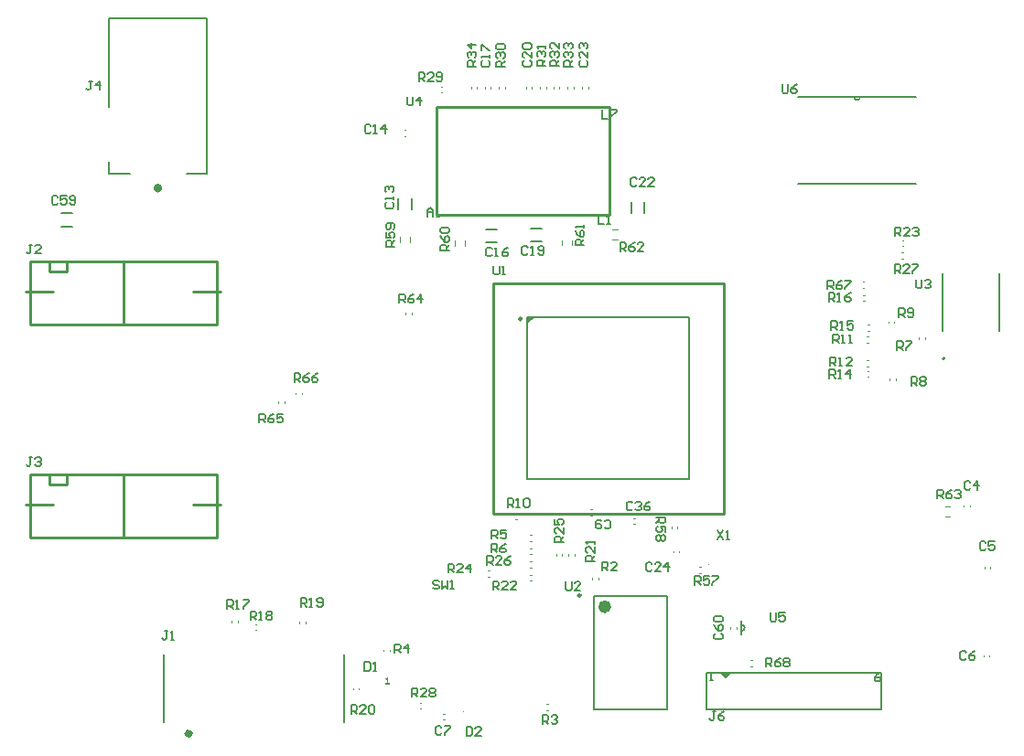
<source format=gto>
G04*
G04 #@! TF.GenerationSoftware,Altium Limited,Altium Designer,20.1.11 (218)*
G04*
G04 Layer_Color=65535*
%FSLAX25Y25*%
%MOIN*%
G70*
G04*
G04 #@! TF.SameCoordinates,731B5D3F-845C-401C-AC73-029E605C2F8B*
G04*
G04*
G04 #@! TF.FilePolarity,Positive*
G04*
G01*
G75*
%ADD10C,0.00787*%
%ADD11C,0.00600*%
%ADD12C,0.02362*%
%ADD13C,0.00984*%
%ADD14C,0.00394*%
%ADD15C,0.01575*%
%ADD16C,0.02400*%
%ADD17C,0.00300*%
%ADD18C,0.00500*%
%ADD19C,0.00787*%
%ADD20C,0.00100*%
%ADD21C,0.00197*%
%ADD22C,0.01000*%
G36*
X323942Y175524D02*
X324542D01*
X324242Y175024D01*
X323942Y175524D01*
D02*
G37*
G36*
X445562Y177968D02*
X447648Y175881D01*
X450062Y177968D01*
X445562D01*
D02*
G37*
G36*
X377539Y307551D02*
X375395Y305408D01*
Y307551D01*
X377539D01*
D02*
G37*
D10*
X527403Y292541D02*
G03*
X527403Y292541I-394J0D01*
G01*
X399610Y164608D02*
X426382D01*
X399610Y205946D02*
X426382D01*
Y164608D02*
Y205946D01*
X399610Y164608D02*
Y205946D01*
X375395Y305408D02*
X377539Y307551D01*
X375395Y248496D02*
Y307551D01*
X434450Y248496D02*
Y307551D01*
X375395D02*
X434450D01*
X375395Y248496D02*
X434450D01*
D11*
X453286Y193128D02*
G03*
X453286Y195528I0J1200D01*
G01*
X494307Y387989D02*
G03*
X496707Y387989I1200J0D01*
G01*
X453286Y195528D02*
Y196728D01*
Y193128D02*
Y195528D01*
Y191928D02*
Y193128D01*
X418113Y345490D02*
Y349427D01*
X413389Y345490D02*
Y349427D01*
X474007Y387989D02*
X494307D01*
X496707D01*
X517007D01*
X474007Y356189D02*
X517007D01*
X376533Y339931D02*
X380470D01*
X376533Y335206D02*
X380470D01*
X333145Y346953D02*
Y350890D01*
X328420Y346953D02*
Y350890D01*
X360203Y334893D02*
X364140D01*
X360203Y339617D02*
X364140D01*
X205536Y340689D02*
X209473D01*
X205536Y345413D02*
X209473D01*
X542343Y225197D02*
X541810Y225730D01*
X540744D01*
X540211Y225197D01*
Y223064D01*
X540744Y222531D01*
X541810D01*
X542343Y223064D01*
X545542Y225730D02*
X543410D01*
Y224130D01*
X544476Y224663D01*
X545009D01*
X545542Y224130D01*
Y223064D01*
X545009Y222531D01*
X543943D01*
X543410Y223064D01*
X441906Y175168D02*
X442972D01*
X442439D01*
Y178367D01*
X441906Y177834D01*
X504008Y177925D02*
X502942Y177391D01*
X501876Y176325D01*
Y175259D01*
X502409Y174726D01*
X503475D01*
X504008Y175259D01*
Y175792D01*
X503475Y176325D01*
X501876D01*
X338952Y344337D02*
Y346469D01*
X340018Y347536D01*
X341084Y346469D01*
Y344337D01*
Y345936D01*
X338952D01*
X342151Y344337D02*
X343217D01*
X342684D01*
Y347536D01*
X342151Y347003D01*
X402567Y383088D02*
Y379889D01*
X404700D01*
X405766Y383088D02*
X407899D01*
Y382555D01*
X405766Y380422D01*
Y379889D01*
X401220Y344730D02*
Y341531D01*
X403353D01*
X404419D02*
X405486D01*
X404952D01*
Y344730D01*
X404419Y344197D01*
X468259Y392508D02*
Y389842D01*
X468792Y389309D01*
X469858D01*
X470391Y389842D01*
Y392508D01*
X473590D02*
X472524Y391974D01*
X471458Y390908D01*
Y389842D01*
X471991Y389309D01*
X473057D01*
X473590Y389842D01*
Y390375D01*
X473057Y390908D01*
X471458D01*
X463866Y199885D02*
Y197220D01*
X464399Y196686D01*
X465466D01*
X465999Y197220D01*
Y199885D01*
X469198D02*
X467065D01*
Y198286D01*
X468131Y198819D01*
X468665D01*
X469198Y198286D01*
Y197220D01*
X468665Y196686D01*
X467598D01*
X467065Y197220D01*
X462267Y180180D02*
Y183379D01*
X463866D01*
X464399Y182846D01*
Y181780D01*
X463866Y181246D01*
X462267D01*
X463333D02*
X464399Y180180D01*
X467598Y183379D02*
X466532Y182846D01*
X465466Y181780D01*
Y180713D01*
X465999Y180180D01*
X467065D01*
X467598Y180713D01*
Y181246D01*
X467065Y181780D01*
X465466D01*
X468665Y182846D02*
X469198Y183379D01*
X470264D01*
X470797Y182846D01*
Y182313D01*
X470264Y181780D01*
X470797Y181246D01*
Y180713D01*
X470264Y180180D01*
X469198D01*
X468665Y180713D01*
Y181246D01*
X469198Y181780D01*
X468665Y182313D01*
Y182846D01*
X469198Y181780D02*
X470264D01*
X443866Y163839D02*
X442800D01*
X443333D01*
Y161173D01*
X442800Y160640D01*
X442267D01*
X441734Y161173D01*
X447065Y163839D02*
X445999Y163306D01*
X444933Y162240D01*
Y161173D01*
X445466Y160640D01*
X446532D01*
X447065Y161173D01*
Y161706D01*
X446532Y162240D01*
X444933D01*
X443894Y192223D02*
X443361Y191690D01*
Y190624D01*
X443894Y190091D01*
X446026D01*
X446559Y190624D01*
Y191690D01*
X446026Y192223D01*
X443361Y195422D02*
X443894Y194356D01*
X444960Y193289D01*
X446026D01*
X446559Y193823D01*
Y194889D01*
X446026Y195422D01*
X445493D01*
X444960Y194889D01*
Y193289D01*
X443894Y196488D02*
X443361Y197022D01*
Y198088D01*
X443894Y198621D01*
X446026D01*
X446559Y198088D01*
Y197022D01*
X446026Y196488D01*
X443894D01*
X484677Y317737D02*
Y320936D01*
X486276D01*
X486809Y320403D01*
Y319337D01*
X486276Y318804D01*
X484677D01*
X485743D02*
X486809Y317737D01*
X490008Y320936D02*
X488942Y320403D01*
X487876Y319337D01*
Y318270D01*
X488409Y317737D01*
X489475D01*
X490008Y318270D01*
Y318804D01*
X489475Y319337D01*
X487876D01*
X491075Y320936D02*
X493207D01*
Y320403D01*
X491075Y318270D01*
Y317737D01*
X290491Y283864D02*
Y287063D01*
X292091D01*
X292624Y286530D01*
Y285464D01*
X292091Y284930D01*
X290491D01*
X291557D02*
X292624Y283864D01*
X295823Y287063D02*
X294756Y286530D01*
X293690Y285464D01*
Y284397D01*
X294223Y283864D01*
X295289D01*
X295823Y284397D01*
Y284930D01*
X295289Y285464D01*
X293690D01*
X299022Y287063D02*
X297955Y286530D01*
X296889Y285464D01*
Y284397D01*
X297422Y283864D01*
X298488D01*
X299022Y284397D01*
Y284930D01*
X298488Y285464D01*
X296889D01*
X277788Y269090D02*
Y272288D01*
X279388D01*
X279921Y271755D01*
Y270689D01*
X279388Y270156D01*
X277788D01*
X278855D02*
X279921Y269090D01*
X283120Y272288D02*
X282054Y271755D01*
X280987Y270689D01*
Y269623D01*
X281521Y269090D01*
X282587D01*
X283120Y269623D01*
Y270156D01*
X282587Y270689D01*
X280987D01*
X286319Y272288D02*
X284186D01*
Y270689D01*
X285253Y271222D01*
X285786D01*
X286319Y270689D01*
Y269623D01*
X285786Y269090D01*
X284719D01*
X284186Y269623D01*
X328787Y312783D02*
Y315982D01*
X330386D01*
X330919Y315448D01*
Y314382D01*
X330386Y313849D01*
X328787D01*
X329853D02*
X330919Y312783D01*
X334118Y315982D02*
X333052Y315448D01*
X331986Y314382D01*
Y313316D01*
X332519Y312783D01*
X333585D01*
X334118Y313316D01*
Y313849D01*
X333585Y314382D01*
X331986D01*
X336784Y312783D02*
Y315982D01*
X335185Y314382D01*
X337317D01*
X204333Y351266D02*
X203800Y351799D01*
X202733D01*
X202200Y351266D01*
Y349133D01*
X202733Y348600D01*
X203800D01*
X204333Y349133D01*
X207532Y351799D02*
X205399D01*
Y350200D01*
X206465Y350733D01*
X206998D01*
X207532Y350200D01*
Y349133D01*
X206998Y348600D01*
X205932D01*
X205399Y349133D01*
X208598D02*
X209131Y348600D01*
X210197D01*
X210731Y349133D01*
Y351266D01*
X210197Y351799D01*
X209131D01*
X208598Y351266D01*
Y350733D01*
X209131Y350200D01*
X210731D01*
X331596Y388024D02*
Y385358D01*
X332130Y384825D01*
X333196D01*
X333729Y385358D01*
Y388024D01*
X336395Y384825D02*
Y388024D01*
X334795Y386424D01*
X336928D01*
X524700Y241500D02*
Y244699D01*
X526299D01*
X526833Y244166D01*
Y243099D01*
X526299Y242566D01*
X524700D01*
X525766D02*
X526833Y241500D01*
X530032Y244699D02*
X528965Y244166D01*
X527899Y243099D01*
Y242033D01*
X528432Y241500D01*
X529498D01*
X530032Y242033D01*
Y242566D01*
X529498Y243099D01*
X527899D01*
X531098Y244166D02*
X531631Y244699D01*
X532697D01*
X533231Y244166D01*
Y243633D01*
X532697Y243099D01*
X532164D01*
X532697D01*
X533231Y242566D01*
Y242033D01*
X532697Y241500D01*
X531631D01*
X531098Y242033D01*
X409148Y331655D02*
Y334854D01*
X410747D01*
X411280Y334321D01*
Y333255D01*
X410747Y332721D01*
X409148D01*
X410214D02*
X411280Y331655D01*
X414479Y334854D02*
X413413Y334321D01*
X412347Y333255D01*
Y332188D01*
X412880Y331655D01*
X413946D01*
X414479Y332188D01*
Y332721D01*
X413946Y333255D01*
X412347D01*
X417678Y331655D02*
X415546D01*
X417678Y333788D01*
Y334321D01*
X417145Y334854D01*
X416079D01*
X415546Y334321D01*
X396111Y333733D02*
X392912D01*
Y335332D01*
X393446Y335865D01*
X394512D01*
X395045Y335332D01*
Y333733D01*
Y334799D02*
X396111Y335865D01*
X392912Y339064D02*
X393446Y337998D01*
X394512Y336932D01*
X395578D01*
X396111Y337465D01*
Y338531D01*
X395578Y339064D01*
X395045D01*
X394512Y338531D01*
Y336932D01*
X396111Y340131D02*
Y341197D01*
Y340664D01*
X392912D01*
X393446Y340131D01*
X346890Y331830D02*
X343691D01*
Y333429D01*
X344225Y333962D01*
X345291D01*
X345824Y333429D01*
Y331830D01*
Y332896D02*
X346890Y333962D01*
X343691Y337161D02*
X344225Y336095D01*
X345291Y335029D01*
X346357D01*
X346890Y335562D01*
Y336628D01*
X346357Y337161D01*
X345824D01*
X345291Y336628D01*
Y335029D01*
X344225Y338227D02*
X343691Y338761D01*
Y339827D01*
X344225Y340360D01*
X346357D01*
X346890Y339827D01*
Y338761D01*
X346357Y338227D01*
X344225D01*
X327060Y333257D02*
X323861D01*
Y334857D01*
X324394Y335390D01*
X325461D01*
X325994Y334857D01*
Y333257D01*
Y334324D02*
X327060Y335390D01*
X323861Y338589D02*
Y336456D01*
X325461D01*
X324927Y337523D01*
Y338056D01*
X325461Y338589D01*
X326527D01*
X327060Y338056D01*
Y336989D01*
X326527Y336456D01*
Y339655D02*
X327060Y340188D01*
Y341255D01*
X326527Y341788D01*
X324394D01*
X323861Y341255D01*
Y340188D01*
X324394Y339655D01*
X324927D01*
X325461Y340188D01*
Y341788D01*
X413696Y239744D02*
X413163Y240277D01*
X412097D01*
X411564Y239744D01*
Y237612D01*
X412097Y237078D01*
X413163D01*
X413696Y237612D01*
X414763Y239744D02*
X415296Y240277D01*
X416362D01*
X416895Y239744D01*
Y239211D01*
X416362Y238678D01*
X415829D01*
X416362D01*
X416895Y238145D01*
Y237612D01*
X416362Y237078D01*
X415296D01*
X414763Y237612D01*
X420094Y240277D02*
X419028Y239744D01*
X417962Y238678D01*
Y237612D01*
X418495Y237078D01*
X419561D01*
X420094Y237612D01*
Y238145D01*
X419561Y238678D01*
X417962D01*
X216852Y393661D02*
X215786D01*
X216319D01*
Y390996D01*
X215786Y390462D01*
X215253D01*
X214720Y390996D01*
X219518Y390462D02*
Y393661D01*
X217918Y392062D01*
X220051D01*
X422330Y234535D02*
X425529D01*
Y232936D01*
X424996Y232403D01*
X423929D01*
X423396Y232936D01*
Y234535D01*
Y233469D02*
X422330Y232403D01*
X425529Y229204D02*
Y231336D01*
X423929D01*
X424463Y230270D01*
Y229737D01*
X423929Y229204D01*
X422863D01*
X422330Y229737D01*
Y230803D01*
X422863Y231336D01*
X424996Y228137D02*
X425529Y227604D01*
Y226538D01*
X424996Y226005D01*
X424463D01*
X423929Y226538D01*
X423396Y226005D01*
X422863D01*
X422330Y226538D01*
Y227604D01*
X422863Y228137D01*
X423396D01*
X423929Y227604D01*
X424463Y228137D01*
X424996D01*
X423929Y227604D02*
Y226538D01*
X436368Y210013D02*
Y213211D01*
X437967D01*
X438500Y212678D01*
Y211612D01*
X437967Y211079D01*
X436368D01*
X437434D02*
X438500Y210013D01*
X441699Y213211D02*
X439567D01*
Y211612D01*
X440633Y212145D01*
X441166D01*
X441699Y211612D01*
Y210546D01*
X441166Y210013D01*
X440100D01*
X439567Y210546D01*
X442766Y213211D02*
X444898D01*
Y212678D01*
X442766Y210546D01*
Y210013D01*
X194933Y256399D02*
X193866D01*
X194399D01*
Y253733D01*
X193866Y253200D01*
X193333D01*
X192800Y253733D01*
X195999Y255866D02*
X196532Y256399D01*
X197599D01*
X198132Y255866D01*
Y255333D01*
X197599Y254800D01*
X197065D01*
X197599D01*
X198132Y254266D01*
Y253733D01*
X197599Y253200D01*
X196532D01*
X195999Y253733D01*
X194933Y333999D02*
X193866D01*
X194399D01*
Y331333D01*
X193866Y330800D01*
X193333D01*
X192800Y331333D01*
X198132Y330800D02*
X195999D01*
X198132Y332933D01*
Y333466D01*
X197599Y333999D01*
X196532D01*
X195999Y333466D01*
X420751Y217716D02*
X420218Y218249D01*
X419151D01*
X418618Y217716D01*
Y215583D01*
X419151Y215050D01*
X420218D01*
X420751Y215583D01*
X423950Y215050D02*
X421817D01*
X423950Y217183D01*
Y217716D01*
X423417Y218249D01*
X422351D01*
X421817Y217716D01*
X426616Y215050D02*
Y218249D01*
X425016Y216650D01*
X427149D01*
X367159Y398742D02*
X363960D01*
Y400342D01*
X364493Y400875D01*
X365560D01*
X366093Y400342D01*
Y398742D01*
Y399808D02*
X367159Y400875D01*
X364493Y401941D02*
X363960Y402474D01*
Y403541D01*
X364493Y404074D01*
X365027D01*
X365560Y403541D01*
Y403007D01*
Y403541D01*
X366093Y404074D01*
X366626D01*
X367159Y403541D01*
Y402474D01*
X366626Y401941D01*
X364493Y405140D02*
X363960Y405673D01*
Y406739D01*
X364493Y407273D01*
X366626D01*
X367159Y406739D01*
Y405673D01*
X366626Y405140D01*
X364493D01*
X386943Y399102D02*
X383744D01*
Y400702D01*
X384277Y401235D01*
X385344D01*
X385877Y400702D01*
Y399102D01*
Y400169D02*
X386943Y401235D01*
X384277Y402302D02*
X383744Y402835D01*
Y403901D01*
X384277Y404434D01*
X384811D01*
X385344Y403901D01*
Y403368D01*
Y403901D01*
X385877Y404434D01*
X386410D01*
X386943Y403901D01*
Y402835D01*
X386410Y402302D01*
X386943Y407633D02*
Y405501D01*
X384811Y407633D01*
X384277D01*
X383744Y407100D01*
Y406034D01*
X384277Y405501D01*
X356676Y399027D02*
X353477D01*
Y400626D01*
X354010Y401159D01*
X355077D01*
X355610Y400626D01*
Y399027D01*
Y400093D02*
X356676Y401159D01*
X354010Y402226D02*
X353477Y402759D01*
Y403825D01*
X354010Y404358D01*
X354543D01*
X355077Y403825D01*
Y403292D01*
Y403825D01*
X355610Y404358D01*
X356143D01*
X356676Y403825D01*
Y402759D01*
X356143Y402226D01*
X356676Y407024D02*
X353477D01*
X355077Y405425D01*
Y407557D01*
X335839Y393532D02*
Y396731D01*
X337439D01*
X337972Y396198D01*
Y395131D01*
X337439Y394598D01*
X335839D01*
X336906D02*
X337972Y393532D01*
X341171D02*
X339038D01*
X341171Y395664D01*
Y396198D01*
X340638Y396731D01*
X339572D01*
X339038Y396198D01*
X342237Y394065D02*
X342771Y393532D01*
X343837D01*
X344370Y394065D01*
Y396198D01*
X343837Y396731D01*
X342771D01*
X342237Y396198D01*
Y395664D01*
X342771Y395131D01*
X344370D01*
X391945Y399050D02*
X388747D01*
Y400650D01*
X389280Y401183D01*
X390346D01*
X390879Y400650D01*
Y399050D01*
Y400117D02*
X391945Y401183D01*
X389280Y402249D02*
X388747Y402782D01*
Y403849D01*
X389280Y404382D01*
X389813D01*
X390346Y403849D01*
Y403316D01*
Y403849D01*
X390879Y404382D01*
X391412D01*
X391945Y403849D01*
Y402782D01*
X391412Y402249D01*
X389280Y405448D02*
X388747Y405981D01*
Y407048D01*
X389280Y407581D01*
X389813D01*
X390346Y407048D01*
Y406515D01*
Y407048D01*
X390879Y407581D01*
X391412D01*
X391945Y407048D01*
Y405981D01*
X391412Y405448D01*
X382087Y399255D02*
X378888D01*
Y400854D01*
X379421Y401387D01*
X380487D01*
X381020Y400854D01*
Y399255D01*
Y400321D02*
X382087Y401387D01*
X379421Y402454D02*
X378888Y402987D01*
Y404053D01*
X379421Y404586D01*
X379954D01*
X380487Y404053D01*
Y403520D01*
Y404053D01*
X381020Y404586D01*
X381553D01*
X382087Y404053D01*
Y402987D01*
X381553Y402454D01*
X382087Y405653D02*
Y406719D01*
Y406186D01*
X378888D01*
X379421Y405653D01*
X362463Y332415D02*
X361929Y332948D01*
X360863D01*
X360330Y332415D01*
Y330282D01*
X360863Y329749D01*
X361929D01*
X362463Y330282D01*
X363529Y329749D02*
X364595D01*
X364062D01*
Y332948D01*
X363529Y332415D01*
X368327Y332948D02*
X367261Y332415D01*
X366195Y331349D01*
Y330282D01*
X366728Y329749D01*
X367794D01*
X368327Y330282D01*
Y330816D01*
X367794Y331349D01*
X366195D01*
X323998Y349430D02*
X323464Y348897D01*
Y347830D01*
X323998Y347297D01*
X326130D01*
X326663Y347830D01*
Y348897D01*
X326130Y349430D01*
X326663Y350496D02*
Y351562D01*
Y351029D01*
X323464D01*
X323998Y350496D01*
Y353162D02*
X323464Y353695D01*
Y354761D01*
X323998Y355295D01*
X324531D01*
X325064Y354761D01*
Y354228D01*
Y354761D01*
X325597Y355295D01*
X326130D01*
X326663Y354761D01*
Y353695D01*
X326130Y353162D01*
X375546Y333033D02*
X375013Y333566D01*
X373946D01*
X373413Y333033D01*
Y330901D01*
X373946Y330367D01*
X375013D01*
X375546Y330901D01*
X376612Y330367D02*
X377679D01*
X377145D01*
Y333566D01*
X376612Y333033D01*
X379278Y330901D02*
X379811Y330367D01*
X380877D01*
X381411Y330901D01*
Y333033D01*
X380877Y333566D01*
X379811D01*
X379278Y333033D01*
Y332500D01*
X379811Y331967D01*
X381411D01*
X415140Y358011D02*
X414607Y358544D01*
X413540D01*
X413007Y358011D01*
Y355878D01*
X413540Y355345D01*
X414607D01*
X415140Y355878D01*
X418339Y355345D02*
X416206D01*
X418339Y357478D01*
Y358011D01*
X417806Y358544D01*
X416739D01*
X416206Y358011D01*
X421538Y355345D02*
X419405D01*
X421538Y357478D01*
Y358011D01*
X421004Y358544D01*
X419938D01*
X419405Y358011D01*
X318345Y377337D02*
X317812Y377870D01*
X316746D01*
X316212Y377337D01*
Y375205D01*
X316746Y374671D01*
X317812D01*
X318345Y375205D01*
X319411Y374671D02*
X320478D01*
X319945D01*
Y377870D01*
X319411Y377337D01*
X323677Y374671D02*
Y377870D01*
X322077Y376271D01*
X324210D01*
X359081Y401102D02*
X358548Y400569D01*
Y399503D01*
X359081Y398970D01*
X361214D01*
X361747Y399503D01*
Y400569D01*
X361214Y401102D01*
X361747Y402169D02*
Y403235D01*
Y402702D01*
X358548D01*
X359081Y402169D01*
X358548Y404835D02*
Y406967D01*
X359081D01*
X361214Y404835D01*
X361747D01*
X394751Y401131D02*
X394218Y400598D01*
Y399531D01*
X394751Y398998D01*
X396883D01*
X397417Y399531D01*
Y400598D01*
X396883Y401131D01*
X397417Y404330D02*
Y402197D01*
X395284Y404330D01*
X394751D01*
X394218Y403797D01*
Y402730D01*
X394751Y402197D01*
Y405396D02*
X394218Y405929D01*
Y406996D01*
X394751Y407529D01*
X395284D01*
X395817Y406996D01*
Y406462D01*
Y406996D01*
X396350Y407529D01*
X396883D01*
X397417Y406996D01*
Y405929D01*
X396883Y405396D01*
X374236Y401102D02*
X373703Y400569D01*
Y399503D01*
X374236Y398970D01*
X376369D01*
X376902Y399503D01*
Y400569D01*
X376369Y401102D01*
X376902Y404302D02*
Y402169D01*
X374769Y404302D01*
X374236D01*
X373703Y403768D01*
Y402702D01*
X374236Y402169D01*
Y405368D02*
X373703Y405901D01*
Y406967D01*
X374236Y407501D01*
X376369D01*
X376902Y406967D01*
Y405901D01*
X376369Y405368D01*
X374236D01*
X444633Y229913D02*
X446766Y226714D01*
Y229913D02*
X444633Y226714D01*
X447832D02*
X448899D01*
X448365D01*
Y229913D01*
X447832Y229380D01*
X403499Y231021D02*
X404032Y230487D01*
X405098D01*
X405631Y231021D01*
Y233153D01*
X405098Y233686D01*
X404032D01*
X403499Y233153D01*
X402432D02*
X401899Y233686D01*
X400833D01*
X400300Y233153D01*
Y231021D01*
X400833Y230487D01*
X401899D01*
X402432Y231021D01*
Y231554D01*
X401899Y232087D01*
X400300D01*
X389438Y211149D02*
Y208483D01*
X389971Y207950D01*
X391038D01*
X391571Y208483D01*
Y211149D01*
X394770Y207950D02*
X392637D01*
X394770Y210082D01*
Y210615D01*
X394237Y211149D01*
X393170D01*
X392637Y210615D01*
X402638Y215184D02*
Y218383D01*
X404238D01*
X404771Y217850D01*
Y216783D01*
X404238Y216250D01*
X402638D01*
X403705D02*
X404771Y215184D01*
X407970D02*
X405837D01*
X407970Y217316D01*
Y217850D01*
X407437Y218383D01*
X406370D01*
X405837Y217850D01*
X380956Y159280D02*
Y162479D01*
X382555D01*
X383088Y161945D01*
Y160879D01*
X382555Y160346D01*
X380956D01*
X382022D02*
X383088Y159280D01*
X384154Y161945D02*
X384688Y162479D01*
X385754D01*
X386287Y161945D01*
Y161412D01*
X385754Y160879D01*
X385221D01*
X385754D01*
X386287Y160346D01*
Y159813D01*
X385754Y159280D01*
X384688D01*
X384154Y159813D01*
X346511Y214392D02*
Y217591D01*
X348110D01*
X348643Y217058D01*
Y215992D01*
X348110Y215459D01*
X346511D01*
X347577D02*
X348643Y214392D01*
X351842D02*
X349710D01*
X351842Y216525D01*
Y217058D01*
X351309Y217591D01*
X350243D01*
X349710Y217058D01*
X354508Y214392D02*
Y217591D01*
X352909Y215992D01*
X355041D01*
X333323Y169093D02*
Y172292D01*
X334923D01*
X335456Y171759D01*
Y170692D01*
X334923Y170159D01*
X333323D01*
X334389D02*
X335456Y169093D01*
X338655D02*
X336522D01*
X338655Y171225D01*
Y171759D01*
X338122Y172292D01*
X337055D01*
X336522Y171759D01*
X339721D02*
X340254Y172292D01*
X341321D01*
X341854Y171759D01*
Y171225D01*
X341321Y170692D01*
X341854Y170159D01*
Y169626D01*
X341321Y169093D01*
X340254D01*
X339721Y169626D01*
Y170159D01*
X340254Y170692D01*
X339721Y171225D01*
Y171759D01*
X340254Y170692D02*
X341321D01*
X353151Y158247D02*
Y155048D01*
X354750D01*
X355283Y155582D01*
Y157714D01*
X354750Y158247D01*
X353151D01*
X358482Y155048D02*
X356350D01*
X358482Y157181D01*
Y157714D01*
X357949Y158247D01*
X356883D01*
X356350Y157714D01*
X535174Y185335D02*
X534641Y185868D01*
X533575D01*
X533041Y185335D01*
Y183203D01*
X533575Y182669D01*
X534641D01*
X535174Y183203D01*
X538373Y185868D02*
X537307Y185335D01*
X536240Y184269D01*
Y183203D01*
X536774Y182669D01*
X537840D01*
X538373Y183203D01*
Y183736D01*
X537840Y184269D01*
X536240D01*
X536733Y247266D02*
X536200Y247799D01*
X535133D01*
X534600Y247266D01*
Y245133D01*
X535133Y244600D01*
X536200D01*
X536733Y245133D01*
X539398Y244600D02*
Y247799D01*
X537799Y246199D01*
X539932D01*
X344063Y158012D02*
X343530Y158545D01*
X342464D01*
X341931Y158012D01*
Y155879D01*
X342464Y155346D01*
X343530D01*
X344063Y155879D01*
X345130Y158545D02*
X347262D01*
Y158012D01*
X345130Y155879D01*
Y155346D01*
X516953Y321308D02*
Y318642D01*
X517487Y318109D01*
X518553D01*
X519086Y318642D01*
Y321308D01*
X520152Y320775D02*
X520685Y321308D01*
X521752D01*
X522285Y320775D01*
Y320242D01*
X521752Y319709D01*
X521219D01*
X521752D01*
X522285Y319176D01*
Y318642D01*
X521752Y318109D01*
X520685D01*
X520152Y318642D01*
X244433Y193099D02*
X243366D01*
X243899D01*
Y190433D01*
X243366Y189900D01*
X242833D01*
X242300Y190433D01*
X245499Y189900D02*
X246565D01*
X246032D01*
Y193099D01*
X245499Y192566D01*
X343133Y211066D02*
X342600Y211599D01*
X341533D01*
X341000Y211066D01*
Y210533D01*
X341533Y209999D01*
X342600D01*
X343133Y209466D01*
Y208933D01*
X342600Y208400D01*
X341533D01*
X341000Y208933D01*
X344199Y211599D02*
Y208400D01*
X345265Y209466D01*
X346332Y208400D01*
Y211599D01*
X347398Y208400D02*
X348464D01*
X347931D01*
Y211599D01*
X347398Y211066D01*
X509208Y323636D02*
Y326835D01*
X510808D01*
X511341Y326302D01*
Y325236D01*
X510808Y324702D01*
X509208D01*
X510275D02*
X511341Y323636D01*
X514540D02*
X512407D01*
X514540Y325769D01*
Y326302D01*
X514007Y326835D01*
X512941D01*
X512407Y326302D01*
X515606Y326835D02*
X517739D01*
Y326302D01*
X515606Y324169D01*
Y323636D01*
X360723Y217287D02*
Y220486D01*
X362323D01*
X362856Y219953D01*
Y218886D01*
X362323Y218353D01*
X360723D01*
X361789D02*
X362856Y217287D01*
X366055D02*
X363922D01*
X366055Y219420D01*
Y219953D01*
X365522Y220486D01*
X364455D01*
X363922Y219953D01*
X369254Y220486D02*
X368187Y219953D01*
X367121Y218886D01*
Y217820D01*
X367654Y217287D01*
X368721D01*
X369254Y217820D01*
Y218353D01*
X368721Y218886D01*
X367121D01*
X388592Y225519D02*
X385393D01*
Y227119D01*
X385926Y227652D01*
X386993D01*
X387526Y227119D01*
Y225519D01*
Y226586D02*
X388592Y227652D01*
Y230851D02*
Y228718D01*
X386459Y230851D01*
X385926D01*
X385393Y230318D01*
Y229252D01*
X385926Y228718D01*
X385393Y234050D02*
Y231917D01*
X386993D01*
X386459Y232984D01*
Y233517D01*
X386993Y234050D01*
X388059D01*
X388592Y233517D01*
Y232451D01*
X388059Y231917D01*
X509318Y337136D02*
Y340335D01*
X510917D01*
X511450Y339802D01*
Y338736D01*
X510917Y338203D01*
X509318D01*
X510384D02*
X511450Y337136D01*
X514649D02*
X512517D01*
X514649Y339269D01*
Y339802D01*
X514116Y340335D01*
X513050D01*
X512517Y339802D01*
X515716D02*
X516249Y340335D01*
X517315D01*
X517848Y339802D01*
Y339269D01*
X517315Y338736D01*
X516782D01*
X517315D01*
X517848Y338203D01*
Y337669D01*
X517315Y337136D01*
X516249D01*
X515716Y337669D01*
X362802Y208165D02*
Y211364D01*
X364402D01*
X364935Y210830D01*
Y209764D01*
X364402Y209231D01*
X362802D01*
X363869D02*
X364935Y208165D01*
X368134D02*
X366001D01*
X368134Y210297D01*
Y210830D01*
X367601Y211364D01*
X366535D01*
X366001Y210830D01*
X371333Y208165D02*
X369200D01*
X371333Y210297D01*
Y210830D01*
X370800Y211364D01*
X369734D01*
X369200Y210830D01*
X399950Y218505D02*
X396751D01*
Y220104D01*
X397284Y220637D01*
X398350D01*
X398883Y220104D01*
Y218505D01*
Y219571D02*
X399950Y220637D01*
Y223836D02*
Y221704D01*
X397817Y223836D01*
X397284D01*
X396751Y223303D01*
Y222237D01*
X397284Y221704D01*
X399950Y224903D02*
Y225969D01*
Y225436D01*
X396751D01*
X397284Y224903D01*
X311195Y162941D02*
Y166140D01*
X312795D01*
X313328Y165607D01*
Y164541D01*
X312795Y164007D01*
X311195D01*
X312262D02*
X313328Y162941D01*
X316527D02*
X314394D01*
X316527Y165074D01*
Y165607D01*
X315994Y166140D01*
X314928D01*
X314394Y165607D01*
X317593D02*
X318127Y166140D01*
X319193D01*
X319726Y165607D01*
Y163474D01*
X319193Y162941D01*
X318127D01*
X317593Y163474D01*
Y165607D01*
X292800Y202000D02*
Y205199D01*
X294399D01*
X294933Y204666D01*
Y203600D01*
X294399Y203066D01*
X292800D01*
X293866D02*
X294933Y202000D01*
X295999D02*
X297065D01*
X296532D01*
Y205199D01*
X295999Y204666D01*
X298665Y202533D02*
X299198Y202000D01*
X300264D01*
X300797Y202533D01*
Y204666D01*
X300264Y205199D01*
X299198D01*
X298665Y204666D01*
Y204133D01*
X299198Y203600D01*
X300797D01*
X274463Y197184D02*
Y200383D01*
X276062D01*
X276595Y199850D01*
Y198784D01*
X276062Y198250D01*
X274463D01*
X275529D02*
X276595Y197184D01*
X277661D02*
X278728D01*
X278195D01*
Y200383D01*
X277661Y199850D01*
X280327D02*
X280860Y200383D01*
X281927D01*
X282460Y199850D01*
Y199317D01*
X281927Y198784D01*
X282460Y198250D01*
Y197717D01*
X281927Y197184D01*
X280860D01*
X280327Y197717D01*
Y198250D01*
X280860Y198784D01*
X280327Y199317D01*
Y199850D01*
X280860Y198784D02*
X281927D01*
X266021Y201204D02*
Y204403D01*
X267620D01*
X268154Y203870D01*
Y202803D01*
X267620Y202270D01*
X266021D01*
X267087D02*
X268154Y201204D01*
X269220D02*
X270286D01*
X269753D01*
Y204403D01*
X269220Y203870D01*
X271886Y204403D02*
X274018D01*
Y203870D01*
X271886Y201737D01*
Y201204D01*
X485170Y313207D02*
Y316406D01*
X486769D01*
X487302Y315873D01*
Y314807D01*
X486769Y314273D01*
X485170D01*
X486236D02*
X487302Y313207D01*
X488369D02*
X489435D01*
X488902D01*
Y316406D01*
X488369Y315873D01*
X493167Y316406D02*
X492101Y315873D01*
X491035Y314807D01*
Y313740D01*
X491568Y313207D01*
X492634D01*
X493167Y313740D01*
Y314273D01*
X492634Y314807D01*
X491035D01*
X486113Y302951D02*
Y306150D01*
X487712D01*
X488245Y305617D01*
Y304551D01*
X487712Y304018D01*
X486113D01*
X487179D02*
X488245Y302951D01*
X489312D02*
X490378D01*
X489845D01*
Y306150D01*
X489312Y305617D01*
X494110Y306150D02*
X491978D01*
Y304551D01*
X493044Y305084D01*
X493577D01*
X494110Y304551D01*
Y303485D01*
X493577Y302951D01*
X492511D01*
X491978Y303485D01*
X485405Y285328D02*
Y288527D01*
X487005D01*
X487538Y287994D01*
Y286928D01*
X487005Y286395D01*
X485405D01*
X486472D02*
X487538Y285328D01*
X488604D02*
X489671D01*
X489138D01*
Y288527D01*
X488604Y287994D01*
X492870Y285328D02*
Y288527D01*
X491270Y286928D01*
X493403D01*
X485641Y289749D02*
Y292948D01*
X487241D01*
X487774Y292415D01*
Y291348D01*
X487241Y290815D01*
X485641D01*
X486708D02*
X487774Y289749D01*
X488840D02*
X489907D01*
X489373D01*
Y292948D01*
X488840Y292415D01*
X493639Y289749D02*
X491506D01*
X493639Y291881D01*
Y292415D01*
X493106Y292948D01*
X492039D01*
X491506Y292415D01*
X486702Y298177D02*
Y301376D01*
X488302D01*
X488835Y300843D01*
Y299777D01*
X488302Y299244D01*
X486702D01*
X487769D02*
X488835Y298177D01*
X489901D02*
X490968D01*
X490434D01*
Y301376D01*
X489901Y300843D01*
X492567Y298177D02*
X493633D01*
X493100D01*
Y301376D01*
X492567Y300843D01*
X368236Y238282D02*
Y241481D01*
X369835D01*
X370368Y240948D01*
Y239881D01*
X369835Y239348D01*
X368236D01*
X369302D02*
X370368Y238282D01*
X371434D02*
X372501D01*
X371968D01*
Y241481D01*
X371434Y240948D01*
X374100D02*
X374634Y241481D01*
X375700D01*
X376233Y240948D01*
Y238815D01*
X375700Y238282D01*
X374634D01*
X374100Y238815D01*
Y240948D01*
X510705Y307588D02*
Y310787D01*
X512305D01*
X512838Y310254D01*
Y309187D01*
X512305Y308654D01*
X510705D01*
X511772D02*
X512838Y307588D01*
X513904Y308121D02*
X514437Y307588D01*
X515504D01*
X516037Y308121D01*
Y310254D01*
X515504Y310787D01*
X514437D01*
X513904Y310254D01*
Y309721D01*
X514437Y309187D01*
X516037D01*
X515229Y282617D02*
Y285816D01*
X516829D01*
X517362Y285283D01*
Y284216D01*
X516829Y283683D01*
X515229D01*
X516296D02*
X517362Y282617D01*
X518428Y285283D02*
X518961Y285816D01*
X520028D01*
X520561Y285283D01*
Y284750D01*
X520028Y284216D01*
X520561Y283683D01*
Y283150D01*
X520028Y282617D01*
X518961D01*
X518428Y283150D01*
Y283683D01*
X518961Y284216D01*
X518428Y284750D01*
Y285283D01*
X518961Y284216D02*
X520028D01*
X510043Y295584D02*
Y298783D01*
X511642D01*
X512175Y298250D01*
Y297183D01*
X511642Y296650D01*
X510043D01*
X511109D02*
X512175Y295584D01*
X513241Y298783D02*
X515374D01*
Y298250D01*
X513241Y296117D01*
Y295584D01*
X362199Y221781D02*
Y224980D01*
X363798D01*
X364331Y224447D01*
Y223381D01*
X363798Y222847D01*
X362199D01*
X363265D02*
X364331Y221781D01*
X367530Y224980D02*
X366464Y224447D01*
X365398Y223381D01*
Y222314D01*
X365931Y221781D01*
X366997D01*
X367530Y222314D01*
Y222847D01*
X366997Y223381D01*
X365398D01*
X362400Y226812D02*
Y230011D01*
X364000D01*
X364533Y229478D01*
Y228411D01*
X364000Y227878D01*
X362400D01*
X363466D02*
X364533Y226812D01*
X367732Y230011D02*
X365599D01*
Y228411D01*
X366665Y228944D01*
X367198D01*
X367732Y228411D01*
Y227345D01*
X367198Y226812D01*
X366132D01*
X365599Y227345D01*
X327080Y185161D02*
Y188360D01*
X328679D01*
X329212Y187827D01*
Y186760D01*
X328679Y186227D01*
X327080D01*
X328146D02*
X329212Y185161D01*
X331878D02*
Y188360D01*
X330279Y186760D01*
X332411D01*
X316115Y181779D02*
Y178580D01*
X317715D01*
X318248Y179114D01*
Y181246D01*
X317715Y181779D01*
X316115D01*
X319314Y178580D02*
X320380D01*
X319847D01*
Y181779D01*
X319314Y181246D01*
X363000Y326299D02*
Y323633D01*
X363533Y323100D01*
X364599D01*
X365133Y323633D01*
Y326299D01*
X366199Y323100D02*
X367265D01*
X366732D01*
Y326299D01*
X366199Y325766D01*
D12*
X404728Y202009D02*
G03*
X404728Y202009I-1181J0D01*
G01*
D13*
X394787Y206124D02*
G03*
X394787Y206124I-492J0D01*
G01*
X373328Y306960D02*
G03*
X373328Y306960I-492J0D01*
G01*
D14*
X352063Y163738D02*
G03*
X352063Y163738I-197J0D01*
G01*
X441467Y217365D02*
G03*
X441467Y217365I-197J0D01*
G01*
X406443Y339621D02*
X408243D01*
X406443Y336021D02*
X408243D01*
X388025Y333784D02*
Y335583D01*
X391625Y333784D02*
Y335583D01*
X348967Y333665D02*
Y335465D01*
X352567Y333665D02*
Y335465D01*
X328955Y334948D02*
Y336748D01*
X332555Y334948D02*
Y336748D01*
X527462Y235030D02*
X529262D01*
X527462Y238630D02*
X529262D01*
D15*
X241570Y354656D02*
G03*
X241570Y354656I-787J0D01*
G01*
D16*
X252397Y155757D02*
G03*
X252397Y155757I-433J0D01*
G01*
D17*
X541816Y215869D02*
Y216470D01*
X544016Y215869D02*
Y216470D01*
X398400Y237518D02*
X399000D01*
X398400Y235318D02*
X399000D01*
X438042Y216407D02*
X438642D01*
X438042Y214207D02*
X438642D01*
X520165Y299582D02*
Y300182D01*
X517965Y299582D02*
Y300182D01*
X511850Y333504D02*
X512450D01*
X511850Y335704D02*
X512450D01*
X511747Y331214D02*
X512347D01*
X511747Y329014D02*
X512347D01*
X497489Y320507D02*
X498089D01*
X497489Y318307D02*
X498089D01*
X497563Y313436D02*
X498163D01*
X497563Y315636D02*
X498163D01*
X509067Y305401D02*
Y306001D01*
X506867Y305401D02*
Y306001D01*
X499252Y302641D02*
X499852D01*
X499252Y304840D02*
X499852D01*
X498974Y298343D02*
X499574D01*
X498974Y300543D02*
X499574D01*
X498954Y289631D02*
X499554D01*
X498954Y291831D02*
X499554D01*
X499163Y285800D02*
X499763D01*
X499163Y288000D02*
X499763D01*
X507298Y284606D02*
Y285206D01*
X509498Y284606D02*
Y285206D01*
X543684Y183759D02*
Y184359D01*
X541484Y183759D02*
Y184359D01*
X449441Y194034D02*
Y194634D01*
X451641Y194034D02*
Y194634D01*
X456537Y180377D02*
X457137D01*
X456537Y182577D02*
X457137D01*
X428522Y221760D02*
Y222360D01*
X430723Y221760D02*
Y222360D01*
X414050Y232112D02*
X414650D01*
X414050Y234312D02*
X414650D01*
X399092Y212049D02*
Y212649D01*
X401292Y212049D02*
Y212649D01*
X390420Y220543D02*
Y221143D01*
X392620Y220543D02*
Y221143D01*
X388049Y220543D02*
Y221143D01*
X385849Y220543D02*
Y221143D01*
X371095Y234006D02*
X371695D01*
X371095Y236206D02*
X371695D01*
X360930Y215194D02*
X361530D01*
X360930Y212994D02*
X361530D01*
X376239Y228122D02*
X376839D01*
X376239Y225922D02*
X376839D01*
X376408Y223382D02*
X377008D01*
X376408Y221182D02*
X377008D01*
X376251Y216300D02*
X376851D01*
X376251Y218500D02*
X376851D01*
X376251Y213684D02*
X376851D01*
X376251Y211484D02*
X376851D01*
X382363Y166488D02*
X382963D01*
X382363Y164287D02*
X382963D01*
X344566Y162977D02*
X345166D01*
X344566Y160776D02*
X345166D01*
X336138Y166966D02*
X336738D01*
X336138Y164766D02*
X336738D01*
X325199Y185785D02*
Y186385D01*
X322999Y185785D02*
Y186385D01*
X311887Y171745D02*
Y172345D01*
X314087Y171745D02*
Y172345D01*
X269828Y196188D02*
Y196788D01*
X267628Y196188D02*
Y196788D01*
X276129Y193442D02*
X276729D01*
X276129Y195642D02*
X276729D01*
X395426Y390896D02*
Y391496D01*
X397625Y390896D02*
Y391496D01*
X389949Y391022D02*
Y391622D01*
X392149Y391022D02*
Y391622D01*
X384911Y390934D02*
Y391534D01*
X387111Y390934D02*
Y391534D01*
X380001Y391022D02*
Y391622D01*
X382201Y391022D02*
Y391622D01*
X374838Y391022D02*
Y391622D01*
X377038Y391022D02*
Y391622D01*
X364998Y390967D02*
Y391567D01*
X367198Y390967D02*
Y391567D01*
X359828Y391028D02*
Y391628D01*
X362028Y391028D02*
Y391628D01*
X354831Y390981D02*
Y391581D01*
X357031Y390981D02*
Y391581D01*
X330505Y373582D02*
X331105D01*
X330505Y375782D02*
X331105D01*
X343838Y389393D02*
X344438D01*
X343838Y391593D02*
X344438D01*
X294617Y195843D02*
Y196443D01*
X292417Y195843D02*
Y196443D01*
X534459Y238400D02*
Y239000D01*
X536659Y238400D02*
Y239000D01*
X430082Y230566D02*
Y231166D01*
X427882Y230566D02*
Y231166D01*
X333291Y308500D02*
Y309100D01*
X331091Y308500D02*
Y309100D01*
X286901Y276384D02*
Y276984D01*
X284701Y276384D02*
Y276984D01*
X293189Y279443D02*
Y280043D01*
X290989Y279443D02*
Y280043D01*
D18*
X526616Y302678D02*
Y323466D01*
X547206Y302678D02*
Y323466D01*
X223066Y359775D02*
X230743D01*
X223066Y384381D02*
Y416468D01*
X251216Y359775D02*
X258499D01*
X223066D02*
Y364302D01*
X258499Y359775D02*
Y416468D01*
X223066D02*
X258499D01*
X243007Y159891D02*
Y184694D01*
X308559Y159891D02*
Y184694D01*
D19*
X440790Y164622D02*
Y177968D01*
Y164622D02*
X504334D01*
Y177968D01*
X440790D02*
X504334D01*
D20*
X323742Y175824D02*
Y176024D01*
X323642Y175924D02*
X323842D01*
X324242Y174324D02*
Y176124D01*
D21*
X323742Y173924D02*
Y174224D01*
X324842D01*
Y173924D02*
Y174224D01*
X323742Y173924D02*
X324842D01*
X323742D02*
Y174024D01*
X324742D01*
Y174124D01*
X323842D02*
X324742D01*
D22*
X362923Y320023D02*
X446923D01*
Y236023D02*
Y320023D01*
X362923Y236023D02*
X446923D01*
X362923D02*
Y320023D01*
X228178Y304725D02*
Y316725D01*
Y327725D01*
X201178Y324225D02*
Y327225D01*
Y324225D02*
X207678D01*
Y327225D01*
X262178Y304725D02*
Y327725D01*
X194178D02*
X262178D01*
X194178Y304725D02*
Y327725D01*
Y304725D02*
X262178D01*
X192678Y316725D02*
X202678D01*
X253678D02*
X263678D01*
X228178Y227110D02*
Y239110D01*
Y250110D01*
X201178Y246610D02*
Y249610D01*
Y246610D02*
X207678D01*
Y249610D01*
X262178Y227110D02*
Y250110D01*
X194178D02*
X262178D01*
X194178Y227110D02*
Y250110D01*
Y227110D02*
X262178D01*
X192678Y239110D02*
X202678D01*
X253678D02*
X263678D01*
X342220Y344936D02*
Y384306D01*
X405212D01*
Y344936D02*
Y384306D01*
X342220Y344936D02*
X405212D01*
M02*

</source>
